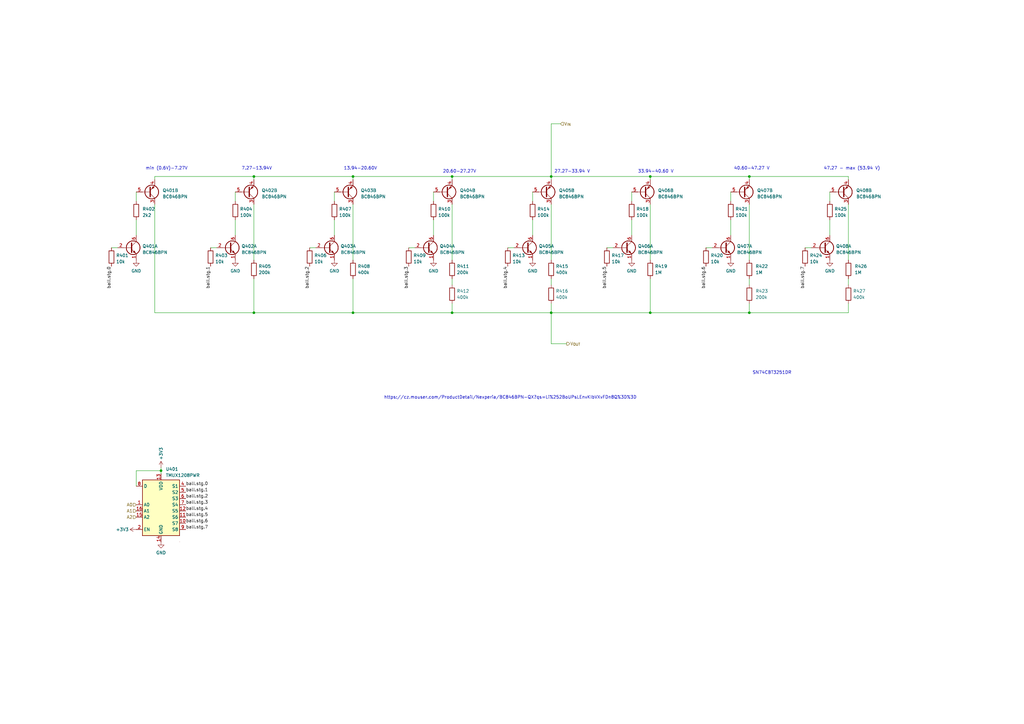
<source format=kicad_sch>
(kicad_sch (version 20250114) (generator "eeschema") (generator_version "9.0")
  (paper "A3")
  (title_block (title "Power supply - low level driver") (date "2024-06-28"))
  (lib_symbols
    (symbol "Device:R" (pin_numbers (hide yes)) (pin_names (offset 0))
      (property "Reference" "R" (at 2.032 0 90))
      (property "Value" "R" (at 0 0 90))
      (symbol "R_0_1"
        (rectangle (start -1.016 -2.54) (end 1.016 2.54) (stroke (width 0.254)))
      )
      (symbol "R_1_1"
        (pin passive line (at 0 3.81 270) (length 1.27) (name "~") (number "1"))
        (pin passive line (at 0 -3.81 90) (length 1.27) (name "~") (number "2"))
      )
    )
    (symbol "Lab_supply:TMUX1208PWR"
      (property "Reference" "U" (at 1.905 15.875 0))
      (property "Value" "TMUX1208PWR" (at 1.905 13.335 0))
      (symbol "TMUX1208PWR_0_1"
        (rectangle (start -7.62 11.43) (end 7.62 -11.43) (stroke (width 0.254)) (fill (type background)))
        (rectangle (start 7.62 -13.97) (end 7.62 -13.97))
      )
      (symbol "TMUX1208PWR_1_0"
        (pin no_connect line (at 3.175 -11.43 90) (length 2.54) (hide yes) (name "N.C.") (number "3"))
      )
      (symbol "TMUX1208PWR_1_1"
        (pin bidirectional line (at -10.16 8.89 0) (length 2.54) (name "D") (number "8"))
        (pin input line (at -10.16 1.27 0) (length 2.54) (name "A0") (number "1"))
        (pin input line (at -10.16 -1.27 0) (length 2.54) (name "A1") (number "16"))
        (pin input line (at -10.16 -3.81 0) (length 2.54) (name "A2") (number "15"))
        (pin input line (at -10.16 -8.89 0) (length 2.54) (name "EN") (number "2"))
        (pin power_in line (at 0 13.97 270) (length 2.54) (name "VDD") (number "13"))
        (pin power_in line (at 0 -13.97 90) (length 2.54) (name "GND") (number "14"))
        (pin bidirectional line (at 10.16 8.89 180) (length 2.54) (name "S1") (number "4"))
        (pin bidirectional line (at 10.16 6.35 180) (length 2.54) (name "S2") (number "5"))
        (pin bidirectional line (at 10.16 3.81 180) (length 2.54) (name "S3") (number "6"))
        (pin bidirectional line (at 10.16 1.27 180) (length 2.54) (name "S4") (number "7"))
        (pin bidirectional line (at 10.16 -1.27 180) (length 2.54) (name "S5") (number "12"))
        (pin bidirectional line (at 10.16 -3.81 180) (length 2.54) (name "S6") (number "11"))
        (pin bidirectional line (at 10.16 -6.35 180) (length 2.54) (name "S7") (number "10"))
        (pin bidirectional line (at 10.16 -8.89 180) (length 2.54) (name "S8") (number "9"))
      )
    )
    (symbol "Transistor_BJT:BC846BPN" (pin_names (offset 0) (hide yes))
      (property "Reference" "Q" (at 5.08 1.27 0))
      (property "Value" "BC846BPN" (at 5.08 -1.27 0))
      (symbol "BC846BPN_0_1"
        (polyline (pts (xy 0.635 0) (xy -2.54 0)))
        (circle (center 1.27 0) (radius 2.8194) (stroke (width 0.254)))
        (circle (center 1.27 0) (radius 2.8194) (stroke (width 0.254)))
      )
      (symbol "BC846BPN_1_1"
        (polyline (pts (xy 0.635 1.905) (xy 0.635 -1.905) (xy 0.635 -1.905)) (stroke (width 0.508)))
        (polyline (pts (xy 0.635 0.635) (xy 2.54 2.54)))
        (polyline (pts (xy 0.635 -0.635) (xy 2.54 -2.54) (xy 2.54 -2.54)))
        (polyline (pts (xy 1.27 -1.778) (xy 1.778 -1.27) (xy 2.286 -2.286) (xy 1.27 -1.778) (xy 1.27 -1.778)) (fill (type outline)))
        (pin input line (at -5.08 0 0) (length 2.54) (name "B1") (number "2"))
        (pin passive line (at 2.54 5.08 270) (length 2.54) (name "C1") (number "6"))
        (pin passive line (at 2.54 -5.08 90) (length 2.54) (name "E1") (number "1"))
      )
      (symbol "BC846BPN_2_1"
        (polyline (pts (xy 0.635 1.905) (xy 0.635 -1.905) (xy 0.635 -1.905)) (stroke (width 0.508)))
        (polyline (pts (xy 0.635 0.635) (xy 2.54 2.54)))
        (polyline (pts (xy 0.635 -0.635) (xy 2.54 -2.54) (xy 2.54 -2.54)))
        (polyline (pts (xy 2.286 -1.778) (xy 1.778 -2.286) (xy 1.27 -1.27) (xy 2.286 -1.778) (xy 2.286 -1.778)) (fill (type outline)))
        (pin input line (at -5.08 0 0) (length 2.54) (name "B2") (number "5"))
        (pin passive line (at 2.54 5.08 270) (length 2.54) (name "C2") (number "3"))
        (pin passive line (at 2.54 -5.08 90) (length 2.54) (name "E2") (number "4"))
      )
    )
    (symbol "power:+3V3" (power) (pin_names (offset 0))
      (property "Value" "+3V3" (at 0 3.556 0))
      (symbol "+3V3_0_1"
        (polyline (pts (xy -0.762 1.27) (xy 0 2.54)))
        (polyline (pts (xy 0 2.54) (xy 0.762 1.27)))
        (polyline (pts (xy 0 0) (xy 0 2.54)))
      )
      (symbol "+3V3_1_1"
        (pin power_in line (at 0 0 90) (length 0) (hide yes) (name "+3V3") (number "1"))
      )
    )
    (symbol "power:GND" (power) (pin_names (offset 0))
      (property "Value" "GND" (at 0 -3.81 0))
      (symbol "GND_0_1"
        (polyline (pts (xy 0 0) (xy 0 -1.27) (xy 1.27 -1.27) (xy 0 -2.54) (xy -1.27 -1.27) (xy 0 -1.27)))
      )
      (symbol "GND_1_1"
        (pin power_in line (at 0 0 270) (length 0) (hide yes) (name "GND") (number "1"))
      )
    )
  )
  (text "27.27-33.94 V" (at 227.33 71.12 0) (effects (font (size 1.27 1.27)) (justify left bottom)))
  (text "SN74CBT3251DR" (at 308.61 153.67 0) (effects (font (size 1.27 1.27)) (justify left bottom)))
  (text "13.94-20.60V" (at 140.97 69.85 0) (effects (font (size 1.27 1.27)) (justify left bottom)))
  (text "min (0.6V)-7.27V" (at 59.69 69.85 0) (effects (font (size 1.27 1.27)) (justify left bottom)))
  (text "20.60-27.27V" (at 181.61 71.12 0) (effects (font (size 1.27 1.27)) (justify left bottom)))
  (text "47.27 - max (53.94 V)" (at 337.82 69.85 0) (effects (font (size 1.27 1.27)) (justify left bottom)))
  (text "40.60-47.27 V" (at 300.99 69.85 0) (effects (font (size 1.27 1.27)) (justify left bottom)))
  (text "https://cz.mouser.com/ProductDetail/Nexperia/BC846BPN-QX?qs=Li%252BoUPsLEnvKIbVXvFDn8Q%3D%3D" (at 157.48 163.83 0) (effects (font (size 1.27 1.27)) (justify left bottom)))
  (text "33.94-40.60 V" (at 261.62 71.12 0) (effects (font (size 1.27 1.27)) (justify left bottom)))
  (text "7.27-13.94V" (at 99.06 69.85 0) (effects (font (size 1.27 1.27)) (justify left bottom)))
  (junction (at 266.7 72.39))
  (junction (at 104.14 128.27))
  (junction (at 104.14 72.39))
  (junction (at 226.06 128.27))
  (junction (at 185.42 128.27))
  (junction (at 144.78 128.27))
  (junction (at 266.7 128.27))
  (junction (at 226.06 72.39))
  (junction (at 144.78 72.39))
  (junction (at 66.04 193.04))
  (junction (at 185.42 72.39))
  (junction (at 307.34 72.39))
  (junction (at 307.34 128.27))
  (wire (pts (xy 347.98 83.82) (xy 347.98 106.68)))
  (wire (pts (xy 185.42 72.39) (xy 226.06 72.39)))
  (wire (pts (xy 185.42 73.66) (xy 185.42 72.39)))
  (wire (pts (xy 177.8 82.55) (xy 177.8 78.74)))
  (wire (pts (xy 266.7 114.3) (xy 266.7 128.27)))
  (wire (pts (xy 55.88 193.04) (xy 66.04 193.04)))
  (wire (pts (xy 104.14 83.82) (xy 104.14 106.68)))
  (wire (pts (xy 307.34 114.3) (xy 307.34 116.84)))
  (wire (pts (xy 226.06 72.39) (xy 226.06 50.8)))
  (wire (pts (xy 63.5 72.39) (xy 104.14 72.39)))
  (wire (pts (xy 266.7 72.39) (xy 307.34 72.39)))
  (wire (pts (xy 55.88 90.17) (xy 55.88 96.52)))
  (wire (pts (xy 63.5 73.66) (xy 63.5 72.39)))
  (wire (pts (xy 144.78 128.27) (xy 185.42 128.27)))
  (wire (pts (xy 167.64 101.6) (xy 170.18 101.6)))
  (wire (pts (xy 307.34 128.27) (xy 347.98 128.27)))
  (wire (pts (xy 226.06 114.3) (xy 226.06 116.84)))
  (wire (pts (xy 248.92 101.6) (xy 251.46 101.6)))
  (wire (pts (xy 347.98 124.46) (xy 347.98 128.27)))
  (wire (pts (xy 347.98 114.3) (xy 347.98 116.84)))
  (wire (pts (xy 185.42 128.27) (xy 226.06 128.27)))
  (wire (pts (xy 45.72 101.6) (xy 48.26 101.6)))
  (wire (pts (xy 177.8 90.17) (xy 177.8 96.52)))
  (wire (pts (xy 266.7 83.82) (xy 266.7 106.68)))
  (wire (pts (xy 144.78 83.82) (xy 144.78 106.68)))
  (wire (pts (xy 55.88 199.39) (xy 55.88 193.04)))
  (wire (pts (xy 347.98 73.66) (xy 347.98 72.39)))
  (wire (pts (xy 226.06 140.97) (xy 232.41 140.97)))
  (wire (pts (xy 226.06 128.27) (xy 266.7 128.27)))
  (wire (pts (xy 226.06 50.8) (xy 229.87 50.8)))
  (wire (pts (xy 218.44 82.55) (xy 218.44 78.74)))
  (wire (pts (xy 144.78 72.39) (xy 185.42 72.39)))
  (wire (pts (xy 307.34 72.39) (xy 347.98 72.39)))
  (wire (pts (xy 259.08 90.17) (xy 259.08 96.52)))
  (wire (pts (xy 96.52 82.55) (xy 96.52 78.74)))
  (wire (pts (xy 104.14 72.39) (xy 144.78 72.39)))
  (wire (pts (xy 86.36 101.6) (xy 88.9 101.6)))
  (wire (pts (xy 66.04 191.77) (xy 66.04 193.04)))
  (wire (pts (xy 185.42 124.46) (xy 185.42 128.27)))
  (wire (pts (xy 185.42 83.82) (xy 185.42 106.68)))
  (wire (pts (xy 226.06 124.46) (xy 226.06 128.27)))
  (wire (pts (xy 340.36 90.17) (xy 340.36 96.52)))
  (wire (pts (xy 208.28 101.6) (xy 210.82 101.6)))
  (wire (pts (xy 226.06 72.39) (xy 266.7 72.39)))
  (wire (pts (xy 307.34 83.82) (xy 307.34 106.68)))
  (wire (pts (xy 144.78 114.3) (xy 144.78 128.27)))
  (wire (pts (xy 104.14 114.3) (xy 104.14 128.27)))
  (wire (pts (xy 96.52 90.17) (xy 96.52 96.52)))
  (wire (pts (xy 289.56 101.6) (xy 292.1 101.6)))
  (wire (pts (xy 104.14 73.66) (xy 104.14 72.39)))
  (wire (pts (xy 63.5 128.27) (xy 104.14 128.27)))
  (wire (pts (xy 63.5 83.82) (xy 63.5 128.27)))
  (wire (pts (xy 330.2 101.6) (xy 332.74 101.6)))
  (wire (pts (xy 307.34 124.46) (xy 307.34 128.27)))
  (wire (pts (xy 185.42 114.3) (xy 185.42 116.84)))
  (wire (pts (xy 266.7 72.39) (xy 266.7 73.66)))
  (wire (pts (xy 299.72 82.55) (xy 299.72 78.74)))
  (wire (pts (xy 218.44 90.17) (xy 218.44 96.52)))
  (wire (pts (xy 226.06 83.82) (xy 226.06 106.68)))
  (wire (pts (xy 144.78 73.66) (xy 144.78 72.39)))
  (wire (pts (xy 55.88 82.55) (xy 55.88 78.74)))
  (wire (pts (xy 307.34 73.66) (xy 307.34 72.39)))
  (wire (pts (xy 137.16 90.17) (xy 137.16 96.52)))
  (wire (pts (xy 299.72 90.17) (xy 299.72 96.52)))
  (wire (pts (xy 137.16 82.55) (xy 137.16 78.74)))
  (wire (pts (xy 340.36 82.55) (xy 340.36 78.74)))
  (wire (pts (xy 266.7 128.27) (xy 307.34 128.27)))
  (wire (pts (xy 127 101.6) (xy 129.54 101.6)))
  (wire (pts (xy 66.04 193.04) (xy 66.04 194.31)))
  (wire (pts (xy 226.06 73.66) (xy 226.06 72.39)))
  (wire (pts (xy 226.06 128.27) (xy 226.06 140.97)))
  (wire (pts (xy 259.08 82.55) (xy 259.08 78.74)))
  (wire (pts (xy 104.14 128.27) (xy 144.78 128.27)))
  (label "ball.stg.5" (at 248.92 109.22 270))
  (label "ball.stg.5" (at 76.2 212.09 0))
  (label "ball.stg.7" (at 330.2 109.22 270))
  (label "ball.stg.0" (at 45.72 109.22 270))
  (label "ball.stg.1" (at 76.2 201.93 0))
  (label "ball.stg.2" (at 127 109.22 270))
  (label "ball.stg.3" (at 167.64 109.22 270))
  (label "ball.stg.7" (at 76.2 217.17 0))
  (label "ball.stg.3" (at 76.2 207.01 0))
  (label "ball.stg.6" (at 289.56 109.22 270))
  (label "ball.stg.4" (at 76.2 209.55 0))
  (label "ball.stg.6" (at 76.2 214.63 0))
  (label "ball.stg.1" (at 86.36 109.22 270))
  (label "ball.stg.0" (at 76.2 199.39 0))
  (label "ball.stg.4" (at 208.28 109.22 270))
  (label "ball.stg.2" (at 76.2 204.47 0))
  (hierarchical_label "A2" (shape input) (at 55.88 212.09 180))
  (hierarchical_label "A0" (shape input) (at 55.88 207.01 180))
  (hierarchical_label "V_{OUT}" (shape output) (at 232.41 140.97 0))
  (hierarchical_label "V_{IN}" (shape input) (at 229.87 50.8 0))
  (hierarchical_label "A1" (shape input) (at 55.88 209.55 180))
  (symbol (lib_id "Transistor_BJT:BC846BPN") (at 134.62 101.6 0) (unit 1)
    (property "Reference" "Q403" (at 139.7 100.965 0) (effects (justify left)))
    (property "Value" "BC846BPN" (at 139.7 103.505 0) (effects (justify left)))
    (property "Footprint" "Package_TO_SOT_SMD:SOT-363_SC-70-6" (effects (hide yes)))
    (property "Datasheet" "https://assets.nexperia.com/documents/data-sheet/BC846BPN.pdf" (effects (hide yes)))
  )
  (symbol (lib_id "Transistor_BJT:BC846BPN") (at 304.8 78.74 0) (mirror x) (unit 2)
    (property "Reference" "Q407" (at 310.515 78.105 0) (effects (justify left)))
    (property "Value" "BC846BPN" (at 310.515 80.645 0) (effects (justify left)))
    (property "Footprint" "Package_TO_SOT_SMD:SOT-363_SC-70-6" (effects (hide yes)))
    (property "Datasheet" "https://assets.nexperia.com/documents/data-sheet/BC846BPN.pdf" (effects (hide yes)))
  )
  (symbol (lib_id "Transistor_BJT:BC846BPN") (at 60.96 78.74 0) (mirror x) (unit 2)
    (property "Reference" "Q401" (at 66.675 78.105 0) (effects (justify left)))
    (property "Value" "BC846BPN" (at 66.675 80.645 0) (effects (justify left)))
    (property "Footprint" "Package_TO_SOT_SMD:SOT-363_SC-70-6" (effects (hide yes)))
    (property "Datasheet" "https://assets.nexperia.com/documents/data-sheet/BC846BPN.pdf" (effects (hide yes)))
  )
  (symbol (lib_id "Device:R") (at 185.42 110.49 0) (unit 1)
    (property "Reference" "R411" (at 187.325 109.2199 0) (effects (justify left)))
    (property "Value" "200k" (at 187.325 111.7599 0) (effects (justify left)))
  )
  (symbol (lib_id "Device:R") (at 330.2 105.41 0) (unit 1)
    (property "Reference" "R424" (at 332.105 104.775 0) (effects (justify left)))
    (property "Value" "10k" (at 332.105 107.315 0) (effects (justify left)))
  )
  (symbol (lib_id "Device:R") (at 226.06 110.49 0) (unit 1)
    (property "Reference" "R415" (at 227.965 109.2199 0) (effects (justify left)))
    (property "Value" "400k" (at 227.965 111.7599 0) (effects (justify left)))
  )
  (symbol (lib_id "Lab_supply:TMUX1208PWR") (at 66.04 208.28 0) (unit 1)
    (property "Reference" "U401" (at 67.945 192.405 0) (effects (justify left)))
    (property "Value" "TMUX1208PWR" (at 67.945 194.945 0) (effects (justify left)))
    (property "Footprint" "Package_SO:TSSOP-16_4.4x5mm_P0.65mm" (effects (hide yes)))
    (property "Datasheet" "https://www.ti.com/lit/ds/symlink/tmux1208.pdf?ts=1706598856533&ref_url=https%253A%252F%252Fwww.mouser.at%252F" (effects (hide yes)))
  )
  (symbol (lib_id "power:GND") (at 96.52 106.68 0) (unit 1)
    (property "Reference" "#PWR0405" (effects (hide yes)))
    (property "Value" "GND" (at 96.52 111.125 0))
  )
  (symbol (lib_id "power:+3V3") (at 66.04 191.77 0) (unit 1)
    (property "Reference" "#PWR0403" (effects (hide yes)))
    (property "Value" "+3V3" (at 66.04 186.055 90))
  )
  (symbol (lib_id "power:GND") (at 66.04 222.25 0) (unit 1)
    (property "Reference" "#PWR0404" (effects (hide yes)))
    (property "Value" "GND" (at 66.04 226.695 0))
  )
  (symbol (lib_id "Device:R") (at 177.8 86.36 0) (unit 1)
    (property "Reference" "R410" (at 179.705 85.725 0) (effects (justify left)))
    (property "Value" "100k" (at 179.705 88.265 0) (effects (justify left)))
  )
  (symbol (lib_id "Transistor_BJT:BC846BPN") (at 223.52 78.74 0) (mirror x) (unit 2)
    (property "Reference" "Q405" (at 229.235 78.105 0) (effects (justify left)))
    (property "Value" "BC846BPN" (at 229.235 80.645 0) (effects (justify left)))
    (property "Footprint" "Package_TO_SOT_SMD:SOT-363_SC-70-6" (effects (hide yes)))
    (property "Datasheet" "https://assets.nexperia.com/documents/data-sheet/BC846BPN.pdf" (effects (hide yes)))
  )
  (symbol (lib_id "Transistor_BJT:BC846BPN") (at 264.16 78.74 0) (mirror x) (unit 2)
    (property "Reference" "Q406" (at 269.875 78.105 0) (effects (justify left)))
    (property "Value" "BC846BPN" (at 269.875 80.645 0) (effects (justify left)))
    (property "Footprint" "Package_TO_SOT_SMD:SOT-363_SC-70-6" (effects (hide yes)))
    (property "Datasheet" "https://assets.nexperia.com/documents/data-sheet/BC846BPN.pdf" (effects (hide yes)))
  )
  (symbol (lib_id "power:GND") (at 137.16 106.68 0) (unit 1)
    (property "Reference" "#PWR0406" (effects (hide yes)))
    (property "Value" "GND" (at 137.16 111.125 0))
  )
  (symbol (lib_id "Transistor_BJT:BC846BPN") (at 142.24 78.74 0) (mirror x) (unit 2)
    (property "Reference" "Q403" (at 147.955 78.105 0) (effects (justify left)))
    (property "Value" "BC846BPN" (at 147.955 80.645 0) (effects (justify left)))
    (property "Footprint" "Package_TO_SOT_SMD:SOT-363_SC-70-6" (effects (hide yes)))
    (property "Datasheet" "https://assets.nexperia.com/documents/data-sheet/BC846BPN.pdf" (effects (hide yes)))
  )
  (symbol (lib_id "power:GND") (at 55.88 106.68 0) (unit 1)
    (property "Reference" "#PWR0401" (effects (hide yes)))
    (property "Value" "GND" (at 55.88 111.125 0))
  )
  (symbol (lib_id "Transistor_BJT:BC846BPN") (at 101.6 78.74 0) (mirror x) (unit 2)
    (property "Reference" "Q402" (at 107.315 78.105 0) (effects (justify left)))
    (property "Value" "BC846BPN" (at 107.315 80.645 0) (effects (justify left)))
    (property "Footprint" "Package_TO_SOT_SMD:SOT-363_SC-70-6" (effects (hide yes)))
    (property "Datasheet" "https://assets.nexperia.com/documents/data-sheet/BC846BPN.pdf" (effects (hide yes)))
  )
  (symbol (lib_id "Device:R") (at 127 105.41 0) (unit 1)
    (property "Reference" "R406" (at 128.905 104.775 0) (effects (justify left)))
    (property "Value" "10k" (at 128.905 107.315 0) (effects (justify left)))
  )
  (symbol (lib_id "Device:R") (at 218.44 86.36 0) (unit 1)
    (property "Reference" "R414" (at 220.345 85.725 0) (effects (justify left)))
    (property "Value" "100k" (at 220.345 88.265 0) (effects (justify left)))
  )
  (symbol (lib_id "Transistor_BJT:BC846BPN") (at 215.9 101.6 0) (unit 1)
    (property "Reference" "Q405" (at 220.98 100.965 0) (effects (justify left)))
    (property "Value" "BC846BPN" (at 220.98 103.505 0) (effects (justify left)))
    (property "Footprint" "Package_TO_SOT_SMD:SOT-363_SC-70-6" (effects (hide yes)))
    (property "Datasheet" "https://assets.nexperia.com/documents/data-sheet/BC846BPN.pdf" (effects (hide yes)))
  )
  (symbol (lib_id "Device:R") (at 45.72 105.41 0) (unit 1)
    (property "Reference" "R401" (at 47.625 104.775 0) (effects (justify left)))
    (property "Value" "10k" (at 47.625 107.315 0) (effects (justify left)))
  )
  (symbol (lib_id "Device:R") (at 307.34 120.65 0) (unit 1)
    (property "Reference" "R423" (at 309.88 119.3799 0) (effects (justify left)))
    (property "Value" "200k" (at 309.88 121.9199 0) (effects (justify left)))
  )
  (symbol (lib_id "Device:R") (at 226.06 120.65 0) (unit 1)
    (property "Reference" "R416" (at 227.965 119.3799 0) (effects (justify left)))
    (property "Value" "400k" (at 227.965 121.9199 0) (effects (justify left)))
  )
  (symbol (lib_id "Device:R") (at 208.28 105.41 0) (unit 1)
    (property "Reference" "R413" (at 210.185 104.775 0) (effects (justify left)))
    (property "Value" "10k" (at 210.185 107.315 0) (effects (justify left)))
  )
  (symbol (lib_id "Device:R") (at 104.14 110.49 0) (unit 1)
    (property "Reference" "R405" (at 106.045 109.2199 0) (effects (justify left)))
    (property "Value" "200k" (at 106.045 111.7599 0) (effects (justify left)))
  )
  (symbol (lib_id "Device:R") (at 96.52 86.36 0) (unit 1)
    (property "Reference" "R404" (at 98.425 85.725 0) (effects (justify left)))
    (property "Value" "100k" (at 98.425 88.265 0) (effects (justify left)))
  )
  (symbol (lib_id "Device:R") (at 340.36 86.36 0) (unit 1)
    (property "Reference" "R425" (at 342.265 85.725 0) (effects (justify left)))
    (property "Value" "100k" (at 342.265 88.265 0) (effects (justify left)))
  )
  (symbol (lib_id "Device:R") (at 137.16 86.36 0) (unit 1)
    (property "Reference" "R407" (at 139.065 85.725 0) (effects (justify left)))
    (property "Value" "100k" (at 139.065 88.265 0) (effects (justify left)))
  )
  (symbol (lib_id "Device:R") (at 266.7 110.49 0) (unit 1)
    (property "Reference" "R419" (at 268.605 109.2199 0) (effects (justify left)))
    (property "Value" "1M" (at 268.605 111.7599 0) (effects (justify left)))
  )
  (symbol (lib_id "Device:R") (at 299.72 86.36 0) (unit 1)
    (property "Reference" "R421" (at 301.625 85.725 0) (effects (justify left)))
    (property "Value" "100k" (at 301.625 88.265 0) (effects (justify left)))
  )
  (symbol (lib_id "Device:R") (at 347.98 120.65 0) (unit 1)
    (property "Reference" "R427" (at 349.885 119.3799 0) (effects (justify left)))
    (property "Value" "400k" (at 349.885 121.9199 0) (effects (justify left)))
  )
  (symbol (lib_id "power:GND") (at 218.44 106.68 0) (unit 1)
    (property "Reference" "#PWR0408" (effects (hide yes)))
    (property "Value" "GND" (at 218.44 111.125 0))
  )
  (symbol (lib_id "power:GND") (at 299.72 106.68 0) (unit 1)
    (property "Reference" "#PWR0410" (effects (hide yes)))
    (property "Value" "GND" (at 299.72 111.125 0))
  )
  (symbol (lib_id "Device:R") (at 86.36 105.41 0) (unit 1)
    (property "Reference" "R403" (at 88.265 104.775 0) (effects (justify left)))
    (property "Value" "10k" (at 88.265 107.315 0) (effects (justify left)))
  )
  (symbol (lib_id "power:GND") (at 177.8 106.68 0) (unit 1)
    (property "Reference" "#PWR0407" (effects (hide yes)))
    (property "Value" "GND" (at 177.8 111.125 0))
  )
  (symbol (lib_id "Device:R") (at 248.92 105.41 0) (unit 1)
    (property "Reference" "R417" (at 250.825 104.775 0) (effects (justify left)))
    (property "Value" "10k" (at 250.825 107.315 0) (effects (justify left)))
  )
  (symbol (lib_id "Device:R") (at 347.98 110.49 0) (unit 1)
    (property "Reference" "R426" (at 350.52 109.2199 0) (effects (justify left)))
    (property "Value" "1M" (at 350.52 111.7599 0) (effects (justify left)))
  )
  (symbol (lib_id "Transistor_BJT:BC846BPN") (at 297.18 101.6 0) (unit 1)
    (property "Reference" "Q407" (at 302.26 100.965 0) (effects (justify left)))
    (property "Value" "BC846BPN" (at 302.26 103.505 0) (effects (justify left)))
    (property "Footprint" "Package_TO_SOT_SMD:SOT-363_SC-70-6" (effects (hide yes)))
    (property "Datasheet" "https://assets.nexperia.com/documents/data-sheet/BC846BPN.pdf" (effects (hide yes)))
  )
  (symbol (lib_id "Transistor_BJT:BC846BPN") (at 182.88 78.74 0) (mirror x) (unit 2)
    (property "Reference" "Q404" (at 188.595 78.105 0) (effects (justify left)))
    (property "Value" "BC846BPN" (at 188.595 80.645 0) (effects (justify left)))
    (property "Footprint" "Package_TO_SOT_SMD:SOT-363_SC-70-6" (effects (hide yes)))
    (property "Datasheet" "https://assets.nexperia.com/documents/data-sheet/BC846BPN.pdf" (effects (hide yes)))
  )
  (symbol (lib_id "Device:R") (at 307.34 110.49 0) (unit 1)
    (property "Reference" "R422" (at 309.88 109.2199 0) (effects (justify left)))
    (property "Value" "1M" (at 309.88 111.7599 0) (effects (justify left)))
  )
  (symbol (lib_id "Device:R") (at 259.08 86.36 0) (unit 1)
    (property "Reference" "R418" (at 260.985 85.725 0) (effects (justify left)))
    (property "Value" "100k" (at 260.985 88.265 0) (effects (justify left)))
  )
  (symbol (lib_id "Transistor_BJT:BC846BPN") (at 256.54 101.6 0) (unit 1)
    (property "Reference" "Q406" (at 261.62 100.965 0) (effects (justify left)))
    (property "Value" "BC846BPN" (at 261.62 103.505 0) (effects (justify left)))
    (property "Footprint" "Package_TO_SOT_SMD:SOT-363_SC-70-6" (effects (hide yes)))
    (property "Datasheet" "https://assets.nexperia.com/documents/data-sheet/BC846BPN.pdf" (effects (hide yes)))
  )
  (symbol (lib_id "Transistor_BJT:BC846BPN") (at 345.44 78.74 0) (mirror x) (unit 2)
    (property "Reference" "Q408" (at 351.155 78.105 0) (effects (justify left)))
    (property "Value" "BC846BPN" (at 351.155 80.645 0) (effects (justify left)))
    (property "Footprint" "Package_TO_SOT_SMD:SOT-363_SC-70-6" (effects (hide yes)))
    (property "Datasheet" "https://assets.nexperia.com/documents/data-sheet/BC846BPN.pdf" (effects (hide yes)))
  )
  (symbol (lib_id "Transistor_BJT:BC846BPN") (at 53.34 101.6 0) (unit 1)
    (property "Reference" "Q401" (at 58.42 100.965 0) (effects (justify left)))
    (property "Value" "BC846BPN" (at 58.42 103.505 0) (effects (justify left)))
    (property "Footprint" "Package_TO_SOT_SMD:SOT-363_SC-70-6" (effects (hide yes)))
    (property "Datasheet" "https://assets.nexperia.com/documents/data-sheet/BC846BPN.pdf" (effects (hide yes)))
  )
  (symbol (lib_id "Transistor_BJT:BC846BPN") (at 337.82 101.6 0) (unit 1)
    (property "Reference" "Q408" (at 342.9 100.965 0) (effects (justify left)))
    (property "Value" "BC846BPN" (at 342.9 103.505 0) (effects (justify left)))
    (property "Footprint" "Package_TO_SOT_SMD:SOT-363_SC-70-6" (effects (hide yes)))
    (property "Datasheet" "https://assets.nexperia.com/documents/data-sheet/BC846BPN.pdf" (effects (hide yes)))
  )
  (symbol (lib_id "power:+3V3") (at 55.88 217.17 90) (unit 1)
    (property "Reference" "#PWR0402" (effects (hide yes)))
    (property "Value" "+3V3" (at 50.165 217.17 90))
  )
  (symbol (lib_id "Device:R") (at 289.56 105.41 0) (unit 1)
    (property "Reference" "R420" (at 291.465 104.775 0) (effects (justify left)))
    (property "Value" "10k" (at 291.465 107.315 0) (effects (justify left)))
  )
  (symbol (lib_id "power:GND") (at 259.08 106.68 0) (unit 1)
    (property "Reference" "#PWR0409" (effects (hide yes)))
    (property "Value" "GND" (at 259.08 111.125 0))
  )
  (symbol (lib_id "Device:R") (at 144.78 110.49 0) (unit 1)
    (property "Reference" "R408" (at 146.685 109.2199 0) (effects (justify left)))
    (property "Value" "400k" (at 146.685 111.7599 0) (effects (justify left)))
  )
  (symbol (lib_id "power:GND") (at 340.36 106.68 0) (unit 1)
    (property "Reference" "#PWR0411" (effects (hide yes)))
    (property "Value" "GND" (at 340.36 111.125 0))
  )
  (symbol (lib_id "Device:R") (at 55.88 86.36 0) (unit 1)
    (property "Reference" "R402" (at 58.42 85.725 0) (effects (justify left)))
    (property "Value" "2k2" (at 58.42 88.265 0) (effects (justify left)))
  )
  (symbol (lib_id "Transistor_BJT:BC846BPN") (at 93.98 101.6 0) (unit 1)
    (property "Reference" "Q402" (at 99.06 100.965 0) (effects (justify left)))
    (property "Value" "BC846BPN" (at 99.06 103.505 0) (effects (justify left)))
    (property "Footprint" "Package_TO_SOT_SMD:SOT-363_SC-70-6" (effects (hide yes)))
    (property "Datasheet" "https://assets.nexperia.com/documents/data-sheet/BC846BPN.pdf" (effects (hide yes)))
  )
  (symbol (lib_id "Device:R") (at 167.64 105.41 0) (unit 1)
    (property "Reference" "R409" (at 169.545 104.775 0) (effects (justify left)))
    (property "Value" "10k" (at 169.545 107.315 0) (effects (justify left)))
  )
  (symbol (lib_id "Transistor_BJT:BC846BPN") (at 175.26 101.6 0) (unit 1)
    (property "Reference" "Q404" (at 180.34 100.965 0) (effects (justify left)))
    (property "Value" "BC846BPN" (at 180.34 103.505 0) (effects (justify left)))
    (property "Footprint" "Package_TO_SOT_SMD:SOT-363_SC-70-6" (effects (hide yes)))
    (property "Datasheet" "https://assets.nexperia.com/documents/data-sheet/BC846BPN.pdf" (effects (hide yes)))
  )
  (symbol (lib_id "Device:R") (at 185.42 120.65 0) (unit 1)
    (property "Reference" "R412" (at 187.325 119.3799 0) (effects (justify left)))
    (property "Value" "400k" (at 187.325 121.9199 0) (effects (justify left)))
  )
)
</source>
